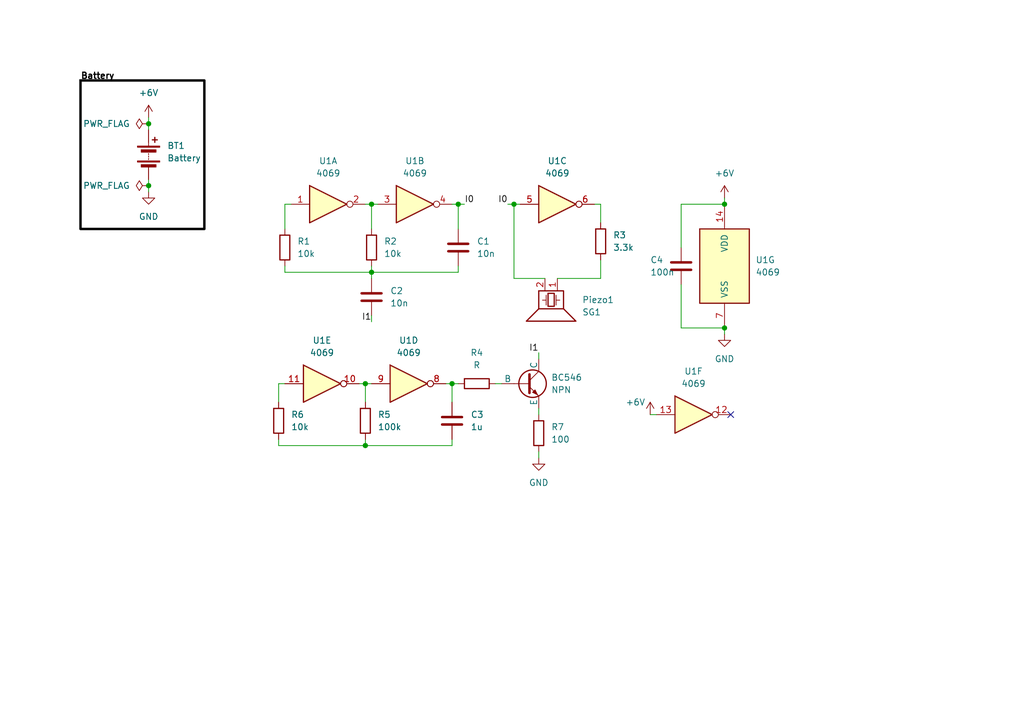
<source format=kicad_sch>
(kicad_sch (version 20230121) (generator eeschema)
  (paper "A5")
  (title_block (title "CD4069 Siren") (date "2023-09-13") (rev "0") (company "N/A") (comment 1 "N/A"))
  (lib_symbols
    (symbol "4xxx:4069" (pin_names (offset 1.016))
      (property "Reference" "U" (at 0 1.27 0))
      (property "Value" "4069" (at 0 -1.27 0))
      (symbol "4069_1_0"
        (polyline (pts (xy -3.81 3.81) (xy -3.81 -3.81) (xy 3.81 0) (xy -3.81 3.81)) (stroke (width 0.254)) (fill (type background)))
        (pin input line (at -7.62 0 0) (length 3.81) (name "~") (number "1"))
        (pin output inverted (at 7.62 0 180) (length 3.81) (name "~") (number "2"))
      )
      (symbol "4069_2_0"
        (polyline (pts (xy -3.81 3.81) (xy -3.81 -3.81) (xy 3.81 0) (xy -3.81 3.81)) (stroke (width 0.254)) (fill (type background)))
        (pin input line (at -7.62 0 0) (length 3.81) (name "~") (number "3"))
        (pin output inverted (at 7.62 0 180) (length 3.81) (name "~") (number "4"))
      )
      (symbol "4069_3_0"
        (polyline (pts (xy -3.81 3.81) (xy -3.81 -3.81) (xy 3.81 0) (xy -3.81 3.81)) (stroke (width 0.254)) (fill (type background)))
        (pin input line (at -7.62 0 0) (length 3.81) (name "~") (number "5"))
        (pin output inverted (at 7.62 0 180) (length 3.81) (name "~") (number "6"))
      )
      (symbol "4069_4_0"
        (polyline (pts (xy -3.81 3.81) (xy -3.81 -3.81) (xy 3.81 0) (xy -3.81 3.81)) (stroke (width 0.254)) (fill (type background)))
        (pin output inverted (at 7.62 0 180) (length 3.81) (name "~") (number "8"))
        (pin input line (at -7.62 0 0) (length 3.81) (name "~") (number "9"))
      )
      (symbol "4069_5_0"
        (polyline (pts (xy -3.81 3.81) (xy -3.81 -3.81) (xy 3.81 0) (xy -3.81 3.81)) (stroke (width 0.254)) (fill (type background)))
        (pin output inverted (at 7.62 0 180) (length 3.81) (name "~") (number "10"))
        (pin input line (at -7.62 0 0) (length 3.81) (name "~") (number "11"))
      )
      (symbol "4069_6_0"
        (polyline (pts (xy -3.81 3.81) (xy -3.81 -3.81) (xy 3.81 0) (xy -3.81 3.81)) (stroke (width 0.254)) (fill (type background)))
        (pin output inverted (at 7.62 0 180) (length 3.81) (name "~") (number "12"))
        (pin input line (at -7.62 0 0) (length 3.81) (name "~") (number "13"))
      )
      (symbol "4069_7_0"
        (pin power_in line (at 0 12.7 270) (length 5.08) (name "VDD") (number "14"))
        (pin power_in line (at 0 -12.7 90) (length 5.08) (name "VSS") (number "7"))
      )
      (symbol "4069_7_1"
        (rectangle (start -5.08 7.62) (end 5.08 -7.62) (stroke (width 0.254)) (fill (type background)))
      )
    )
    (symbol "Device:Battery" (pin_numbers hide) (pin_names (offset 0) hide)
      (property "Reference" "BT" (at 2.54 2.54 0))
      (property "Value" "Battery" (at 2.54 0 0))
      (symbol "Battery_0_1"
        (rectangle (start -2.286 -1.27) (end 2.286 -1.524) (fill (type outline)))
        (rectangle (start -2.286 1.778) (end 2.286 1.524) (fill (type outline)))
        (rectangle (start -1.524 -2.032) (end 1.524 -2.54) (fill (type outline)))
        (rectangle (start -1.524 1.016) (end 1.524 0.508) (fill (type outline)))
        (polyline (pts (xy 0 -1.016) (xy 0 -0.762)))
        (polyline (pts (xy 0 -0.508) (xy 0 -0.254)))
        (polyline (pts (xy 0 0) (xy 0 0.254)))
        (polyline (pts (xy 0 1.778) (xy 0 2.54)))
        (polyline (pts (xy 0.762 3.048) (xy 1.778 3.048)) (stroke (width 0.254)))
        (polyline (pts (xy 1.27 3.556) (xy 1.27 2.54)) (stroke (width 0.254)))
      )
      (symbol "Battery_1_1"
        (pin passive line (at 0 5.08 270) (length 2.54) (name "+") (number "1"))
        (pin passive line (at 0 -5.08 90) (length 2.54) (name "-") (number "2"))
      )
    )
    (symbol "Device:C" (pin_numbers hide) (pin_names (offset 0.254))
      (property "Reference" "C" (at 0.635 2.54 0))
      (property "Value" "C" (at 0.635 -2.54 0))
      (symbol "C_0_1"
        (polyline (pts (xy -2.032 -0.762) (xy 2.032 -0.762)) (stroke (width 0.508)))
        (polyline (pts (xy -2.032 0.762) (xy 2.032 0.762)) (stroke (width 0.508)))
      )
      (symbol "C_1_1"
        (pin passive line (at 0 3.81 270) (length 2.794) (name "~") (number "1"))
        (pin passive line (at 0 -3.81 90) (length 2.794) (name "~") (number "2"))
      )
    )
    (symbol "Device:R" (pin_numbers hide) (pin_names (offset 0))
      (property "Reference" "R" (at 2.032 0 90))
      (property "Value" "R" (at 0 0 90))
      (symbol "R_0_1"
        (rectangle (start -1.016 -2.54) (end 1.016 2.54) (stroke (width 0.254)))
      )
      (symbol "R_1_1"
        (pin passive line (at 0 3.81 270) (length 1.27) (name "~") (number "1"))
        (pin passive line (at 0 -3.81 90) (length 1.27) (name "~") (number "2"))
      )
    )
    (symbol "Device:Speaker_Crystal" (pin_names (offset 0) hide)
      (property "Reference" "LS" (at 0.635 5.715 0))
      (property "Value" "Speaker_Crystal" (at 0.635 3.81 0))
      (symbol "Speaker_Crystal_0_0"
        (rectangle (start -2.54 1.27) (end 1.143 -3.81) (stroke (width 0.254)))
        (rectangle (start -2.032 -0.635) (end 0.635 -1.905) (stroke (width 0.254)))
        (polyline (pts (xy -1.651 -2.286) (xy 0.381 -2.286)))
        (polyline (pts (xy -1.651 -0.254) (xy 0.381 -0.254)))
        (polyline (pts (xy -0.635 -2.286) (xy -0.635 -3.048)))
        (polyline (pts (xy -0.635 -0.254) (xy -0.635 0.508)))
        (polyline (pts (xy 1.143 1.27) (xy 3.683 3.81) (xy 3.683 -6.35) (xy 1.143 -3.81)) (stroke (width 0.254)))
      )
      (symbol "Speaker_Crystal_1_1"
        (pin input line (at -5.08 0 0) (length 2.54) (name "1") (number "1"))
        (pin input line (at -5.08 -2.54 0) (length 2.54) (name "2") (number "2"))
      )
    )
    (symbol "Simulation_SPICE:NPN" (pin_numbers hide) (pin_names (offset 0))
      (property "Reference" "Q" (at -2.54 7.62 0))
      (property "Value" "NPN" (at -2.54 5.08 0))
      (symbol "NPN_0_1"
        (polyline (pts (xy -2.54 0) (xy 0.635 0)) (stroke (width 0.1524)))
        (polyline (pts (xy 0.635 0.635) (xy 2.54 2.54)))
        (polyline (pts (xy 2.794 -1.27) (xy 2.794 -1.27)) (stroke (width 0.1524)))
        (polyline (pts (xy 2.794 -1.27) (xy 2.794 -1.27)) (stroke (width 0.1524)))
        (polyline (pts (xy 0.635 -0.635) (xy 2.54 -2.54) (xy 2.54 -2.54)))
        (polyline (pts (xy 0.635 1.905) (xy 0.635 -1.905) (xy 0.635 -1.905)) (stroke (width 0.508)))
        (polyline (pts (xy 1.27 -1.778) (xy 1.778 -1.27) (xy 2.286 -2.286) (xy 1.27 -1.778) (xy 1.27 -1.778)) (fill (type outline)))
        (circle (center 1.27 0) (radius 2.8194) (stroke (width 0.254)))
      )
      (symbol "NPN_1_1"
        (pin open_collector line (at 2.54 5.08 270) (length 2.54) (name "C") (number "1"))
        (pin input line (at -5.08 0 0) (length 2.54) (name "B") (number "2"))
        (pin open_emitter line (at 2.54 -5.08 90) (length 2.54) (name "E") (number "3"))
      )
    )
    (symbol "power:+6V" (power) (pin_names (offset 0))
      (property "Value" "+6V" (at 0 3.556 0))
      (symbol "+6V_0_1"
        (polyline (pts (xy -0.762 1.27) (xy 0 2.54)))
        (polyline (pts (xy 0 0) (xy 0 2.54)))
        (polyline (pts (xy 0 2.54) (xy 0.762 1.27)))
      )
      (symbol "+6V_1_1"
        (pin power_in line (at 0 0 90) (length 0) hide (name "+6V") (number "1"))
      )
    )
    (symbol "power:GND" (power) (pin_names (offset 0))
      (property "Value" "GND" (at 0 -3.81 0))
      (symbol "GND_0_1"
        (polyline (pts (xy 0 0) (xy 0 -1.27) (xy 1.27 -1.27) (xy 0 -2.54) (xy -1.27 -1.27) (xy 0 -1.27)))
      )
      (symbol "GND_1_1"
        (pin power_in line (at 0 0 270) (length 0) hide (name "GND") (number "1"))
      )
    )
    (symbol "power:PWR_FLAG" (power) (pin_numbers hide) (pin_names (offset 0) hide)
      (property "Value" "PWR_FLAG" (at 0 3.81 0))
      (symbol "PWR_FLAG_0_0"
        (pin power_out line (at 0 0 90) (length 0) (name "pwr") (number "1"))
      )
      (symbol "PWR_FLAG_0_1"
        (polyline (pts (xy 0 0) (xy 0 1.27) (xy -1.016 1.905) (xy 0 2.54) (xy 1.016 1.905) (xy 0 1.27)))
      )
    )
  )
  (junction (at 148.59 67.31))
  (junction (at 30.48 38.1))
  (junction (at 76.2 41.91))
  (junction (at 74.93 78.74))
  (junction (at 148.59 41.91))
  (junction (at 30.48 25.4))
  (junction (at 76.2 55.88))
  (junction (at 93.98 41.91))
  (junction (at 105.41 41.91))
  (junction (at 74.93 91.44))
  (junction (at 92.71 78.74))
  (no_connect (at 149.86 85.09))
  (wire (pts (xy 92.71 78.74) (xy 92.71 82.55)))
  (wire (pts (xy 74.93 78.74) (xy 74.93 82.55)))
  (wire (pts (xy 91.44 78.74) (xy 92.71 78.74)))
  (wire (pts (xy 110.49 92.71) (xy 110.49 93.98)))
  (wire (pts (xy 105.41 41.91) (xy 106.68 41.91)))
  (wire (pts (xy 110.49 83.82) (xy 110.49 85.09)))
  (wire (pts (xy 148.59 40.64) (xy 148.59 41.91)))
  (wire (pts (xy 110.49 72.39) (xy 110.49 73.66)))
  (wire (pts (xy 93.98 41.91) (xy 93.98 46.99)))
  (wire (pts (xy 30.48 25.4) (xy 30.48 26.67)))
  (wire (pts (xy 139.7 50.8) (xy 139.7 41.91)))
  (wire (pts (xy 58.42 55.88) (xy 76.2 55.88)))
  (wire (pts (xy 92.71 41.91) (xy 93.98 41.91)))
  (wire (pts (xy 57.15 90.17) (xy 57.15 91.44)))
  (wire (pts (xy 58.42 78.74) (xy 57.15 78.74)))
  (wire (pts (xy 105.41 57.15) (xy 105.41 41.91)))
  (wire (pts (xy 57.15 78.74) (xy 57.15 82.55)))
  (wire (pts (xy 92.71 78.74) (xy 93.98 78.74)))
  (wire (pts (xy 101.6 78.74) (xy 102.87 78.74)))
  (wire (pts (xy 74.93 91.44) (xy 92.71 91.44)))
  (wire (pts (xy 30.48 36.83) (xy 30.48 38.1)))
  (wire (pts (xy 139.7 67.31) (xy 148.59 67.31)))
  (wire (pts (xy 76.2 41.91) (xy 77.47 41.91)))
  (wire (pts (xy 59.69 41.91) (xy 58.42 41.91)))
  (wire (pts (xy 76.2 41.91) (xy 76.2 46.99)))
  (wire (pts (xy 76.2 55.88) (xy 93.98 55.88)))
  (wire (pts (xy 76.2 55.88) (xy 76.2 54.61)))
  (wire (pts (xy 74.93 41.91) (xy 76.2 41.91)))
  (wire (pts (xy 104.14 41.91) (xy 105.41 41.91)))
  (wire (pts (xy 76.2 55.88) (xy 76.2 57.15)))
  (wire (pts (xy 123.19 57.15) (xy 114.3 57.15)))
  (wire (pts (xy 73.66 78.74) (xy 74.93 78.74)))
  (wire (pts (xy 92.71 91.44) (xy 92.71 90.17)))
  (wire (pts (xy 148.59 67.31) (xy 148.59 68.58)))
  (wire (pts (xy 30.48 24.13) (xy 30.48 25.4)))
  (wire (pts (xy 123.19 41.91) (xy 123.19 45.72)))
  (wire (pts (xy 74.93 78.74) (xy 76.2 78.74)))
  (wire (pts (xy 93.98 41.91) (xy 95.25 41.91)))
  (wire (pts (xy 76.2 64.77) (xy 76.2 66.04)))
  (wire (pts (xy 74.93 91.44) (xy 74.93 90.17)))
  (wire (pts (xy 93.98 55.88) (xy 93.98 54.61)))
  (wire (pts (xy 111.76 57.15) (xy 105.41 57.15)))
  (wire (pts (xy 30.48 38.1) (xy 30.48 39.37)))
  (wire (pts (xy 123.19 53.34) (xy 123.19 57.15)))
  (wire (pts (xy 133.35 85.09) (xy 134.62 85.09)))
  (wire (pts (xy 58.42 41.91) (xy 58.42 46.99)))
  (wire (pts (xy 139.7 58.42) (xy 139.7 67.31)))
  (wire (pts (xy 57.15 91.44) (xy 74.93 91.44)))
  (wire (pts (xy 121.92 41.91) (xy 123.19 41.91)))
  (wire (pts (xy 139.7 41.91) (xy 148.59 41.91)))
  (wire (pts (xy 58.42 54.61) (xy 58.42 55.88)))
  (rectangle (start 16.51 16.51) (end 41.91 46.99) (stroke (width 0.5) (color 0 0 0 1)))
  (text "Battery" (at 16.51 16.51 0) (effects (font (size 1.27 1.27) (thickness 0.254) bold) (justify left bottom)))
  (label "I0" (at 104.14 41.91 180))
  (label "I1" (at 76.2 66.04 180))
  (label "I0" (at 95.25 41.91 0))
  (label "I1" (at 110.49 72.39 180))
  (symbol (lib_id "Device:C") (at 139.7 54.61 0) (unit 1)
    (property "Reference" "C4" (at 133.35 53.34 0) (effects (justify left)))
    (property "Value" "100n" (at 133.35 55.88 0) (effects (justify left)))
    (property "Footprint" "Capacitor_THT:C_Disc_D3.0mm_W1.6mm_P2.50mm" (effects hide))
  )
  (symbol (lib_id "power:GND") (at 148.59 68.58 0) (unit 1)
    (property "Reference" "#PWR06" (effects hide))
    (property "Value" "GND" (at 148.59 73.66 0))
  )
  (symbol (lib_id "4xxx:4069") (at 114.3 41.91 0) (unit 3)
    (property "Reference" "U1" (at 114.3 33.02 0))
    (property "Value" "4069" (at 114.3 35.56 0))
    (property "Footprint" "Package_DIP:DIP-14_W7.62mm" (effects hide))
    (property "Datasheet" "http://www.intersil.com/content/dam/Intersil/documents/cd40/cd4069ubms.pdf" (effects hide))
  )
  (symbol (lib_id "Device:C") (at 93.98 50.8 0) (unit 1)
    (property "Reference" "C1" (at 97.79 49.53 0) (effects (justify left)))
    (property "Value" "10n" (at 97.79 52.07 0) (effects (justify left)))
    (property "Footprint" "Capacitor_THT:C_Disc_D3.0mm_W1.6mm_P2.50mm" (effects hide))
  )
  (symbol (lib_id "Device:R") (at 58.42 50.8 0) (unit 1)
    (property "Reference" "R1" (at 60.96 49.53 0) (effects (justify left)))
    (property "Value" "10k" (at 60.96 52.07 0) (effects (justify left)))
    (property "Footprint" "Resistor_THT:R_Axial_DIN0204_L3.6mm_D1.6mm_P7.62mm_Horizontal" (effects hide))
  )
  (symbol (lib_id "power:GND") (at 110.49 93.98 0) (unit 1)
    (property "Reference" "#PWR04" (effects hide))
    (property "Value" "GND" (at 110.49 99.06 0))
  )
  (symbol (lib_id "4xxx:4069") (at 67.31 41.91 0) (unit 1)
    (property "Reference" "U1" (at 67.31 33.02 0))
    (property "Value" "4069" (at 67.31 35.56 0))
    (property "Footprint" "Package_DIP:DIP-14_W7.62mm" (effects hide))
    (property "Datasheet" "http://www.intersil.com/content/dam/Intersil/documents/cd40/cd4069ubms.pdf" (effects hide))
  )
  (symbol (lib_id "power:PWR_FLAG") (at 30.48 25.4 90) (unit 1)
    (property "Reference" "#FLG01" (effects hide))
    (property "Value" "PWR_FLAG" (at 26.67 25.4 90) (effects (justify left)))
  )
  (symbol (lib_id "Device:R") (at 110.49 88.9 0) (unit 1)
    (property "Reference" "R7" (at 113.03 87.63 0) (effects (justify left)))
    (property "Value" "100" (at 113.03 90.17 0) (effects (justify left)))
    (property "Footprint" "Resistor_THT:R_Axial_DIN0204_L3.6mm_D1.6mm_P7.62mm_Horizontal" (effects hide))
  )
  (symbol (lib_id "Simulation_SPICE:NPN") (at 107.95 78.74 0) (unit 1)
    (property "Reference" "BC546" (at 113.03 77.47 0) (effects (justify left)))
    (property "Value" "NPN" (at 113.03 80.01 0) (effects (justify left)))
    (property "Footprint" "Package_TO_SOT_THT:TO-92" (effects hide))
    (property "Sim.Device" "NPN" (effects hide))
    (property "Sim.Type" "GUMMELPOON" (effects hide))
    (property "Sim.Pins" "1=C 2=B 3=E" (effects hide))
  )
  (symbol (lib_id "Device:C") (at 76.2 60.96 0) (unit 1)
    (property "Reference" "C2" (at 80.01 59.69 0) (effects (justify left)))
    (property "Value" "10n" (at 80.01 62.23 0) (effects (justify left)))
    (property "Footprint" "Capacitor_THT:C_Disc_D3.0mm_W1.6mm_P2.50mm" (effects hide))
  )
  (symbol (lib_id "power:+6V") (at 133.35 85.09 0) (unit 1)
    (property "Reference" "#PWR03" (effects hide))
    (property "Value" "+6V" (at 128.27 82.55 0) (effects (justify left)))
  )
  (symbol (lib_id "Device:R") (at 123.19 49.53 0) (unit 1)
    (property "Reference" "R3" (at 125.73 48.26 0) (effects (justify left)))
    (property "Value" "3.3k" (at 125.73 50.8 0) (effects (justify left)))
    (property "Footprint" "Resistor_THT:R_Axial_DIN0204_L3.6mm_D1.6mm_P7.62mm_Horizontal" (effects hide))
  )
  (symbol (lib_id "4xxx:4069") (at 83.82 78.74 0) (unit 4)
    (property "Reference" "U1" (at 83.82 69.85 0))
    (property "Value" "4069" (at 83.82 72.39 0))
    (property "Footprint" "Package_DIP:DIP-14_W7.62mm" (effects hide))
    (property "Datasheet" "http://www.intersil.com/content/dam/Intersil/documents/cd40/cd4069ubms.pdf" (effects hide))
  )
  (symbol (lib_id "power:+6V") (at 148.59 40.64 0) (unit 1)
    (property "Reference" "#PWR02" (effects hide))
    (property "Value" "+6V" (at 148.59 35.56 0))
  )
  (symbol (lib_id "Device:R") (at 57.15 86.36 0) (unit 1)
    (property "Reference" "R6" (at 59.69 85.09 0) (effects (justify left)))
    (property "Value" "10k" (at 59.69 87.63 0) (effects (justify left)))
    (property "Footprint" "Resistor_THT:R_Axial_DIN0204_L3.6mm_D1.6mm_P7.62mm_Horizontal" (effects hide))
  )
  (symbol (lib_id "Device:Speaker_Crystal") (at 114.3 62.23 270) (unit 1)
    (property "Reference" "Piezo1" (at 119.38 61.5315 90) (effects (justify left)))
    (property "Value" "SG1" (at 119.38 64.0715 90) (effects (justify left)))
    (property "Footprint" "Buzzer_Beeper:Buzzer_12x9.5RM7.6" (effects hide))
  )
  (symbol (lib_id "4xxx:4069") (at 148.59 54.61 0) (unit 7)
    (property "Reference" "U1" (at 154.94 53.34 0) (effects (justify left)))
    (property "Value" "4069" (at 154.94 55.88 0) (effects (justify left)))
    (property "Footprint" "Package_DIP:DIP-14_W7.62mm" (effects hide))
    (property "Datasheet" "http://www.intersil.com/content/dam/Intersil/documents/cd40/cd4069ubms.pdf" (effects hide))
  )
  (symbol (lib_id "power:+6V") (at 30.48 24.13 0) (unit 1)
    (property "Reference" "#PWR01" (effects hide))
    (property "Value" "+6V" (at 30.48 19.05 0))
  )
  (symbol (lib_id "4xxx:4069") (at 85.09 41.91 0) (unit 2)
    (property "Reference" "U1" (at 85.09 33.02 0))
    (property "Value" "4069" (at 85.09 35.56 0))
    (property "Footprint" "Package_DIP:DIP-14_W7.62mm" (effects hide))
    (property "Datasheet" "http://www.intersil.com/content/dam/Intersil/documents/cd40/cd4069ubms.pdf" (effects hide))
  )
  (symbol (lib_id "power:PWR_FLAG") (at 30.48 38.1 90) (unit 1)
    (property "Reference" "#FLG02" (effects hide))
    (property "Value" "PWR_FLAG" (at 26.67 38.1 90) (effects (justify left)))
  )
  (symbol (lib_id "Device:R") (at 74.93 86.36 0) (unit 1)
    (property "Reference" "R5" (at 77.47 85.09 0) (effects (justify left)))
    (property "Value" "100k" (at 77.47 87.63 0) (effects (justify left)))
    (property "Footprint" "Resistor_THT:R_Axial_DIN0204_L3.6mm_D1.6mm_P7.62mm_Horizontal" (effects hide))
  )
  (symbol (lib_id "Device:R") (at 97.79 78.74 90) (unit 1)
    (property "Reference" "R4" (at 97.79 72.39 90))
    (property "Value" "R" (at 97.79 74.93 90))
    (property "Footprint" "Resistor_THT:R_Axial_DIN0204_L3.6mm_D1.6mm_P7.62mm_Horizontal" (effects hide))
  )
  (symbol (lib_id "power:GND") (at 30.48 39.37 0) (unit 1)
    (property "Reference" "#PWR07" (effects hide))
    (property "Value" "GND" (at 30.48 44.45 0))
  )
  (symbol (lib_id "Device:C") (at 92.71 86.36 0) (unit 1)
    (property "Reference" "C3" (at 96.52 85.09 0) (effects (justify left)))
    (property "Value" "1u" (at 96.52 87.63 0) (effects (justify left)))
    (property "Footprint" "Capacitor_THT:C_Disc_D3.0mm_W1.6mm_P2.50mm" (effects hide))
  )
  (symbol (lib_id "Device:Battery") (at 30.48 31.75 0) (unit 1)
    (property "Reference" "BT1" (at 34.29 29.9085 0) (effects (justify left)))
    (property "Value" "Battery" (at 34.29 32.4485 0) (effects (justify left)))
    (property "Footprint" "Connector_PinHeader_2.54mm:PinHeader_1x02_P2.54mm_Vertical" (effects hide))
  )
  (symbol (lib_id "Device:R") (at 76.2 50.8 0) (unit 1)
    (property "Reference" "R2" (at 78.74 49.53 0) (effects (justify left)))
    (property "Value" "10k" (at 78.74 52.07 0) (effects (justify left)))
    (property "Footprint" "Resistor_THT:R_Axial_DIN0204_L3.6mm_D1.6mm_P7.62mm_Horizontal" (effects hide))
  )
  (symbol (lib_id "4xxx:4069") (at 66.04 78.74 0) (unit 5)
    (property "Reference" "U1" (at 66.04 69.85 0))
    (property "Value" "4069" (at 66.04 72.39 0))
    (property "Footprint" "Package_DIP:DIP-14_W7.62mm" (effects hide))
    (property "Datasheet" "http://www.intersil.com/content/dam/Intersil/documents/cd40/cd4069ubms.pdf" (effects hide))
  )
  (symbol (lib_id "4xxx:4069") (at 142.24 85.09 0) (unit 6)
    (property "Reference" "U1" (at 142.24 76.2 0))
    (property "Value" "4069" (at 142.24 78.74 0))
    (property "Footprint" "Package_DIP:DIP-14_W7.62mm" (effects hide))
    (property "Datasheet" "http://www.intersil.com/content/dam/Intersil/documents/cd40/cd4069ubms.pdf" (effects hide))
  )
)
</source>
